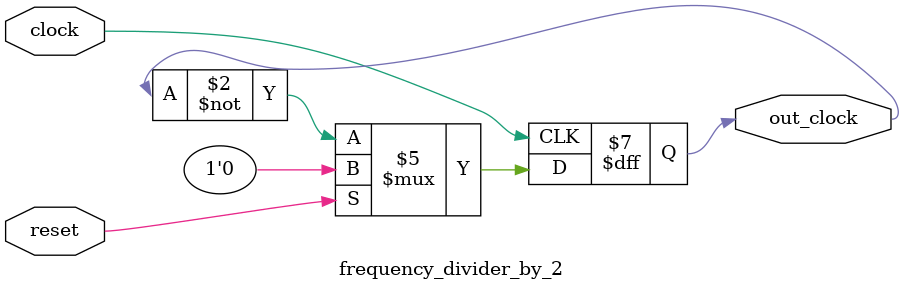
<source format=v>
`timescale 1ns / 1ps

module frequency_divider_by_2 (reset, clock, out_clock);
    output reg out_clock;
    input clock;
    input reset;
    initial out_clock = 0;
    
    always @(posedge clock)
    begin
    if (reset)                  // if the reset button is pressed
        out_clock <= 1'b0;
    else
        // the value of out_clock changes every time that clock goes from 0 to 1
        // Therefore, its freq is half of clock
        out_clock <= ~ out_clock;
    end
endmodule
</source>
